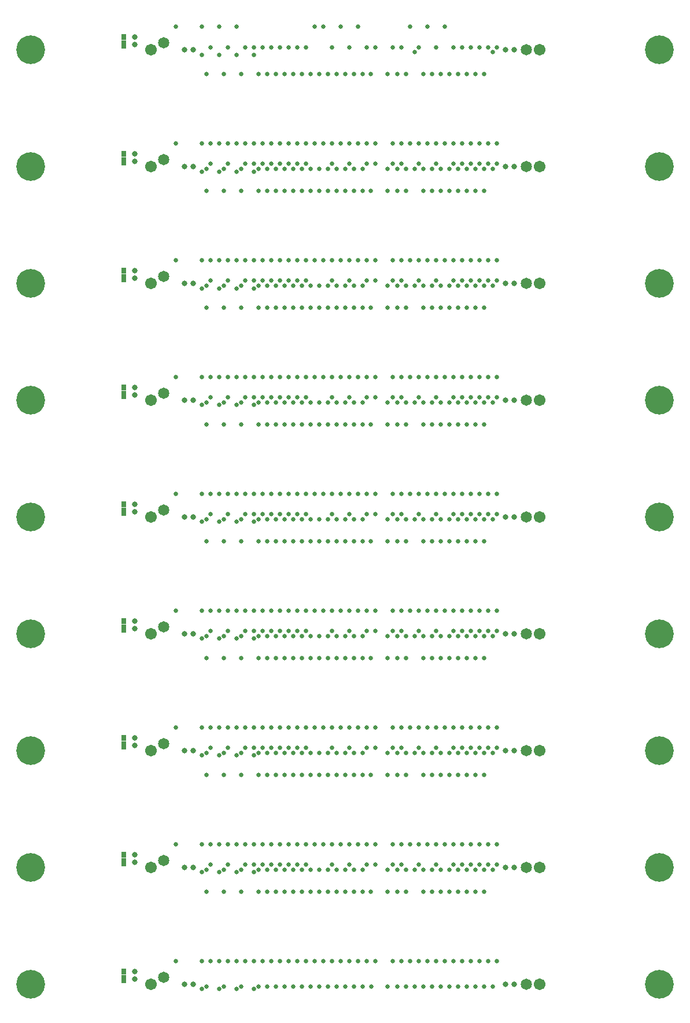
<source format=gbr>
%TF.GenerationSoftware,Altium Limited,Altium Designer,22.11.1 (43)*%
G04 Layer_Color=16711935*
%FSLAX45Y45*%
%MOMM*%
%TF.SameCoordinates,189E8146-0809-41ED-80BF-86DDFA5291D0*%
%TF.FilePolarity,Negative*%
%TF.FileFunction,Soldermask,Bot*%
%TF.Part,Single*%
G01*
G75*
%TA.AperFunction,ComponentPad*%
%ADD30C,1.65320*%
%ADD31C,1.71120*%
%TA.AperFunction,ViaPad*%
%ADD32C,4.20320*%
%ADD33C,0.83820*%
%ADD34C,0.64720*%
%ADD35C,0.64770*%
%TA.AperFunction,SMDPad,CuDef*%
%ADD36R,0.70320X1.25320*%
%ADD37R,0.70320X0.90320*%
D30*
X7630003Y14180002D02*
D03*
X2321001Y14280002D02*
D03*
Y12569998D02*
D03*
X7630003Y12469998D02*
D03*
X2321001Y10859999D02*
D03*
X7630003Y10759999D02*
D03*
X2321001Y9149999D02*
D03*
X7630003Y9050000D02*
D03*
X2321001Y7440000D02*
D03*
X7630003Y7340001D02*
D03*
X2321001Y5730001D02*
D03*
X7630003Y5630001D02*
D03*
X2321001Y4020002D02*
D03*
X7630003Y3920002D02*
D03*
X2321001Y2309998D02*
D03*
X7630003Y2209998D02*
D03*
Y499999D02*
D03*
X2321001Y599999D02*
D03*
D31*
X7820000Y14180002D02*
D03*
X2129998D02*
D03*
Y12469998D02*
D03*
X7820000D02*
D03*
X2129998Y10759999D02*
D03*
X7820000D02*
D03*
X2129998Y9050000D02*
D03*
X7820000D02*
D03*
X2129998Y7340001D02*
D03*
X7820000D02*
D03*
X2129998Y5630001D02*
D03*
X7820000D02*
D03*
X2129998Y3920002D02*
D03*
X7820000D02*
D03*
X2129998Y2209998D02*
D03*
X7820000D02*
D03*
Y499999D02*
D03*
X2129998D02*
D03*
D32*
X375001D02*
D03*
Y2209998D02*
D03*
Y3920002D02*
D03*
Y5630001D02*
D03*
Y7340001D02*
D03*
Y9050000D02*
D03*
Y10759999D02*
D03*
Y12469998D02*
D03*
Y14180002D02*
D03*
X9575002Y2209998D02*
D03*
Y3920002D02*
D03*
Y5630001D02*
D03*
Y7340001D02*
D03*
Y9050000D02*
D03*
Y10759999D02*
D03*
Y12469998D02*
D03*
Y14180002D02*
D03*
Y499999D02*
D03*
D33*
X7451500Y14184502D02*
D03*
Y12474501D02*
D03*
Y10764501D02*
D03*
Y9054501D02*
D03*
Y7344501D02*
D03*
Y5634501D02*
D03*
Y3924501D02*
D03*
Y2214502D02*
D03*
X7324501Y504501D02*
D03*
X7451500Y504500D02*
D03*
X7324501Y14184502D02*
D03*
X2752501Y14180000D02*
D03*
X2625501D02*
D03*
X7324501Y12474502D02*
D03*
X2752501Y12470001D02*
D03*
X2625501D02*
D03*
X7324501Y10764502D02*
D03*
X2752501Y10760001D02*
D03*
X2625501D02*
D03*
X7324501Y9054502D02*
D03*
X2752501Y9050001D02*
D03*
X2625501D02*
D03*
X7324501Y7344502D02*
D03*
X2752501Y7340001D02*
D03*
X2625501D02*
D03*
X7324501Y5634502D02*
D03*
X2752501Y5630001D02*
D03*
X2625501D02*
D03*
X7324501Y3924502D02*
D03*
X2752501Y3920001D02*
D03*
X2625501D02*
D03*
X7324501Y2214502D02*
D03*
X2625501Y2210000D02*
D03*
X2752501D02*
D03*
X2625501Y500000D02*
D03*
X2752501D02*
D03*
X7324501Y2214502D02*
D03*
X1900001Y578998D02*
D03*
Y14259001D02*
D03*
Y12549002D02*
D03*
Y10838998D02*
D03*
Y9128999D02*
D03*
Y7419000D02*
D03*
Y5709001D02*
D03*
Y3999001D02*
D03*
Y2289002D02*
D03*
Y14370000D02*
D03*
Y12660000D02*
D03*
Y10950001D02*
D03*
Y9240002D02*
D03*
Y7529998D02*
D03*
Y5819999D02*
D03*
Y4109999D02*
D03*
Y2400000D02*
D03*
Y690001D02*
D03*
Y578998D02*
D03*
D34*
X2498500Y14520500D02*
D03*
Y12810500D02*
D03*
Y11100499D02*
D03*
Y9390499D02*
D03*
Y7680499D02*
D03*
Y5970499D02*
D03*
Y4260499D02*
D03*
Y2550500D02*
D03*
X2879499Y2550500D02*
D03*
Y7680500D02*
D03*
X2879500Y840500D02*
D03*
X2879499Y14520500D02*
D03*
Y12810500D02*
D03*
Y11100500D02*
D03*
Y9390500D02*
D03*
Y5970500D02*
D03*
Y4260500D02*
D03*
X2498500Y840500D02*
D03*
D35*
X4086000Y2180000D02*
D03*
X6118000Y1859001D02*
D03*
X3387499Y14520502D02*
D03*
X3831999Y13829001D02*
D03*
X3958999D02*
D03*
X4085999D02*
D03*
X4212999D02*
D03*
X4339999D02*
D03*
X4593999D02*
D03*
X4720999D02*
D03*
X4847999D02*
D03*
X5228999D02*
D03*
X5354776D02*
D03*
X5600999D02*
D03*
X5736999D02*
D03*
X5863999D02*
D03*
X6244999D02*
D03*
X6372000D02*
D03*
X6499000D02*
D03*
X6626000D02*
D03*
X6879999D02*
D03*
X7007000D02*
D03*
X3133499Y14520502D02*
D03*
X5990999Y14150002D02*
D03*
X3450999Y13829001D02*
D03*
X3196999D02*
D03*
X2942999D02*
D03*
X3006499Y14220502D02*
D03*
X4657499Y14520502D02*
D03*
X7197499Y14220502D02*
D03*
X7070499D02*
D03*
X6943499D02*
D03*
X6816499D02*
D03*
X6753000Y13829001D02*
D03*
X6689499Y14220502D02*
D03*
X6562499D02*
D03*
X6118000Y13829001D02*
D03*
X6308499Y14220502D02*
D03*
X6054499D02*
D03*
X5800499D02*
D03*
X5673499D02*
D03*
X5419499D02*
D03*
X5292499D02*
D03*
X5101999Y13829001D02*
D03*
X5038499Y14220502D02*
D03*
X4974999Y13829001D02*
D03*
X4784499Y14220502D02*
D03*
X4466999Y13829001D02*
D03*
X4403501Y14220502D02*
D03*
X4276499D02*
D03*
X4149499D02*
D03*
X4022499D02*
D03*
X3895499D02*
D03*
X3768499D02*
D03*
X3704999Y13829001D02*
D03*
X3260499Y14220502D02*
D03*
X3641499D02*
D03*
X3514499D02*
D03*
X4911499Y14520502D02*
D03*
X6435500D02*
D03*
X5927499D02*
D03*
X7133999Y14150002D02*
D03*
X5165499Y14520502D02*
D03*
X4530499D02*
D03*
X3387499Y14109875D02*
D03*
X3133499D02*
D03*
X2879501D02*
D03*
X3641499Y14109901D02*
D03*
X6181499Y14520502D02*
D03*
X3831999Y12119001D02*
D03*
X3958999D02*
D03*
X4085999D02*
D03*
X4212999D02*
D03*
X4339999D02*
D03*
X4593999D02*
D03*
X4720999D02*
D03*
X4847999D02*
D03*
X5228999D02*
D03*
X5354776D02*
D03*
X5600999D02*
D03*
X5736999D02*
D03*
X5863999D02*
D03*
X6244999D02*
D03*
X6372000D02*
D03*
X6499000D02*
D03*
X6626000D02*
D03*
X6879999D02*
D03*
X7007000D02*
D03*
X4847999Y12440001D02*
D03*
X4974999D02*
D03*
X7070499Y12810501D02*
D03*
X6943499D02*
D03*
X6879999Y12440001D02*
D03*
X6816499Y12810501D02*
D03*
X6689499D02*
D03*
X6753000Y12440001D02*
D03*
X6244999D02*
D03*
X6118000D02*
D03*
X5863999D02*
D03*
X5736999D02*
D03*
X5600999D02*
D03*
X5800499Y12810501D02*
D03*
X4784499D02*
D03*
X4403501D02*
D03*
X4339999Y12440001D02*
D03*
X4276499Y12810501D02*
D03*
X4149499D02*
D03*
X3895499D02*
D03*
X3768499D02*
D03*
X5228999Y12440001D02*
D03*
X5101999D02*
D03*
X4720999D02*
D03*
X4593999D02*
D03*
X4466999D02*
D03*
X4212999D02*
D03*
X4085999D02*
D03*
X3958999D02*
D03*
X3831999D02*
D03*
X3260499Y12810501D02*
D03*
X3133499D02*
D03*
X3196999Y12440001D02*
D03*
X3450999D02*
D03*
X3641499Y12810501D02*
D03*
X7197499D02*
D03*
X6562499D02*
D03*
X6308499D02*
D03*
X6054499D02*
D03*
X5673499D02*
D03*
X5419499D02*
D03*
X5292499D02*
D03*
X5038499D02*
D03*
X4022499D02*
D03*
X3514499D02*
D03*
X3006499D02*
D03*
X2942999Y12440001D02*
D03*
X3704999D02*
D03*
X5990999D02*
D03*
X3450999Y12119001D02*
D03*
X3196999D02*
D03*
X2942999D02*
D03*
X3006499Y12510501D02*
D03*
X4657499Y12810501D02*
D03*
X6372000Y12440001D02*
D03*
X6499000D02*
D03*
X6626000D02*
D03*
X7007000D02*
D03*
X7197499Y12510501D02*
D03*
X7070499D02*
D03*
X6943499D02*
D03*
X6816499D02*
D03*
X6753000Y12119001D02*
D03*
X6689499Y12510501D02*
D03*
X6562499D02*
D03*
X6118000Y12119001D02*
D03*
X6308499Y12510501D02*
D03*
X6054499D02*
D03*
X5800499D02*
D03*
X5673499D02*
D03*
X5419499D02*
D03*
X5292499D02*
D03*
X5101999Y12119001D02*
D03*
X5038499Y12510501D02*
D03*
X4974999Y12119001D02*
D03*
X4784499Y12510501D02*
D03*
X4466999Y12119001D02*
D03*
X4403501Y12510501D02*
D03*
X4276499D02*
D03*
X4149499D02*
D03*
X4022499D02*
D03*
X3895499D02*
D03*
X3768499D02*
D03*
X3704999Y12119001D02*
D03*
X3260499Y12510501D02*
D03*
X3641499D02*
D03*
X3514499D02*
D03*
X4911499Y12810501D02*
D03*
X6435500D02*
D03*
X5927499D02*
D03*
X7133999Y12440001D02*
D03*
X5165499Y12810501D02*
D03*
X4530499D02*
D03*
X3387499Y12399876D02*
D03*
Y12810501D02*
D03*
X3133499Y12399876D02*
D03*
X2879501D02*
D03*
X3641499Y12399901D02*
D03*
X6181499Y12810501D02*
D03*
X3831999Y10409001D02*
D03*
X3958999D02*
D03*
X4085999D02*
D03*
X4212999D02*
D03*
X4339999D02*
D03*
X4593999D02*
D03*
X4720999D02*
D03*
X4847999D02*
D03*
X5228999D02*
D03*
X5354776D02*
D03*
X5600999D02*
D03*
X5736999D02*
D03*
X5863999D02*
D03*
X6244999D02*
D03*
X6372000D02*
D03*
X6499000D02*
D03*
X6626000D02*
D03*
X6879999D02*
D03*
X7007000D02*
D03*
X4847999Y10730000D02*
D03*
X4974999D02*
D03*
X7070499Y11100501D02*
D03*
X6943499D02*
D03*
X6879999Y10730000D02*
D03*
X6816499Y11100501D02*
D03*
X6689499D02*
D03*
X6753000Y10730000D02*
D03*
X6244999D02*
D03*
X6118000D02*
D03*
X5863999D02*
D03*
X5736999D02*
D03*
X5600999D02*
D03*
X5800499Y11100501D02*
D03*
X4784499D02*
D03*
X4403501D02*
D03*
X4339999Y10730000D02*
D03*
X4276499Y11100501D02*
D03*
X4149499D02*
D03*
X3895499D02*
D03*
X3768499D02*
D03*
X5228999Y10730000D02*
D03*
X5101999D02*
D03*
X4720999D02*
D03*
X4593999D02*
D03*
X4466999D02*
D03*
X4212999D02*
D03*
X4085999D02*
D03*
X3958999D02*
D03*
X3831999D02*
D03*
X3260499Y11100501D02*
D03*
X3133499D02*
D03*
X3196999Y10730000D02*
D03*
X3450999D02*
D03*
X3641499Y11100501D02*
D03*
X7197499D02*
D03*
X6562499D02*
D03*
X6308499D02*
D03*
X6054499D02*
D03*
X5673499D02*
D03*
X5419499D02*
D03*
X5292499D02*
D03*
X5038499D02*
D03*
X4022499D02*
D03*
X3514499D02*
D03*
X3006499D02*
D03*
X2942999Y10730000D02*
D03*
X3704999D02*
D03*
X5990999D02*
D03*
X3450999Y10409001D02*
D03*
X3196999D02*
D03*
X2942999D02*
D03*
X3006499Y10800500D02*
D03*
X4657499Y11100501D02*
D03*
X6372000Y10730000D02*
D03*
X6499000D02*
D03*
X6626000D02*
D03*
X7007000D02*
D03*
X7197499Y10800500D02*
D03*
X7070499D02*
D03*
X6943499D02*
D03*
X6816499D02*
D03*
X6753000Y10409001D02*
D03*
X6689499Y10800500D02*
D03*
X6562499D02*
D03*
X6118000Y10409001D02*
D03*
X6308499Y10800500D02*
D03*
X6054499D02*
D03*
X5800499D02*
D03*
X5673499D02*
D03*
X5419499D02*
D03*
X5292499D02*
D03*
X5101999Y10409001D02*
D03*
X5038499Y10800500D02*
D03*
X4974999Y10409001D02*
D03*
X4784499Y10800500D02*
D03*
X4466999Y10409001D02*
D03*
X4403501Y10800500D02*
D03*
X4276499D02*
D03*
X4149499D02*
D03*
X4022499D02*
D03*
X3895499D02*
D03*
X3768499D02*
D03*
X3704999Y10409001D02*
D03*
X3260499Y10800500D02*
D03*
X3641499D02*
D03*
X3514499D02*
D03*
X4911499Y11100501D02*
D03*
X6435500D02*
D03*
X5927499D02*
D03*
X7133999Y10730000D02*
D03*
X5165499Y11100501D02*
D03*
X4530499D02*
D03*
X3387499Y10689875D02*
D03*
Y11100501D02*
D03*
X3133499Y10689875D02*
D03*
X2879501D02*
D03*
X3641499Y10689900D02*
D03*
X6181499Y11100501D02*
D03*
X3831999Y8699001D02*
D03*
X3958999D02*
D03*
X4085999D02*
D03*
X4212999D02*
D03*
X4339999D02*
D03*
X4593999D02*
D03*
X4720999D02*
D03*
X4847999D02*
D03*
X5228999D02*
D03*
X5354776D02*
D03*
X5600999D02*
D03*
X5736999D02*
D03*
X5863999D02*
D03*
X6244999D02*
D03*
X6372000D02*
D03*
X6499000D02*
D03*
X6626000D02*
D03*
X6879999D02*
D03*
X7007000D02*
D03*
X4847999Y9020001D02*
D03*
X4974999D02*
D03*
X7070499Y9390501D02*
D03*
X6943499D02*
D03*
X6879999Y9020001D02*
D03*
X6816499Y9390501D02*
D03*
X6689499D02*
D03*
X6753000Y9020001D02*
D03*
X6244999D02*
D03*
X6118000D02*
D03*
X5863999D02*
D03*
X5736999D02*
D03*
X5600999D02*
D03*
X5800499Y9390501D02*
D03*
X4784499D02*
D03*
X4403501D02*
D03*
X4339999Y9020001D02*
D03*
X4276499Y9390501D02*
D03*
X4149499D02*
D03*
X3895499D02*
D03*
X3768499D02*
D03*
X5228999Y9020001D02*
D03*
X5101999D02*
D03*
X4720999D02*
D03*
X4593999D02*
D03*
X4466999D02*
D03*
X4212999D02*
D03*
X4085999D02*
D03*
X3958999D02*
D03*
X3831999D02*
D03*
X3260499Y9390501D02*
D03*
X3133499D02*
D03*
X3196999Y9020001D02*
D03*
X3450999D02*
D03*
X3641499Y9390501D02*
D03*
X7197499D02*
D03*
X6562499D02*
D03*
X6308499D02*
D03*
X6054499D02*
D03*
X5673499D02*
D03*
X5419499D02*
D03*
X5292499D02*
D03*
X5038499D02*
D03*
X4022499D02*
D03*
X3514499D02*
D03*
X3006499D02*
D03*
X2942999Y9020001D02*
D03*
X3704999D02*
D03*
X5990999D02*
D03*
X3450999Y8699001D02*
D03*
X3196999D02*
D03*
X2942999D02*
D03*
X3006499Y9090501D02*
D03*
X4657499Y9390501D02*
D03*
X6372000Y9020001D02*
D03*
X6499000D02*
D03*
X6626000D02*
D03*
X7007000D02*
D03*
X7197499Y9090501D02*
D03*
X7070499D02*
D03*
X6943499D02*
D03*
X6816499D02*
D03*
X6753000Y8699001D02*
D03*
X6689499Y9090501D02*
D03*
X6562499D02*
D03*
X6118000Y8699001D02*
D03*
X6308499Y9090501D02*
D03*
X6054499D02*
D03*
X5800499D02*
D03*
X5673499D02*
D03*
X5419499D02*
D03*
X5292499D02*
D03*
X5101999Y8699001D02*
D03*
X5038499Y9090501D02*
D03*
X4974999Y8699001D02*
D03*
X4784499Y9090501D02*
D03*
X4466999Y8699001D02*
D03*
X4403501Y9090501D02*
D03*
X4276499D02*
D03*
X4149499D02*
D03*
X4022499D02*
D03*
X3895499D02*
D03*
X3768499D02*
D03*
X3704999Y8699001D02*
D03*
X3260499Y9090501D02*
D03*
X3641499D02*
D03*
X3514499D02*
D03*
X4911499Y9390501D02*
D03*
X6435500D02*
D03*
X5927499D02*
D03*
X7133999Y9020001D02*
D03*
X5165499Y9390501D02*
D03*
X4530499D02*
D03*
X3387499Y8979876D02*
D03*
Y9390501D02*
D03*
X3133499Y8979876D02*
D03*
X2879501D02*
D03*
X3641499Y8979901D02*
D03*
X6181499Y9390501D02*
D03*
X3831999Y6989001D02*
D03*
X3958999D02*
D03*
X4085999D02*
D03*
X4212999D02*
D03*
X4339999D02*
D03*
X4593999D02*
D03*
X4720999D02*
D03*
X4847999D02*
D03*
X5228999D02*
D03*
X5354776D02*
D03*
X5600999D02*
D03*
X5736999D02*
D03*
X5863999D02*
D03*
X6244999D02*
D03*
X6372000D02*
D03*
X6499000D02*
D03*
X6626000D02*
D03*
X6879999D02*
D03*
X7007000D02*
D03*
X4847999Y7310001D02*
D03*
X4974999D02*
D03*
X7070499Y7680501D02*
D03*
X6943499D02*
D03*
X6879999Y7310001D02*
D03*
X6816499Y7680501D02*
D03*
X6689499D02*
D03*
X6753000Y7310001D02*
D03*
X6244999D02*
D03*
X6118000D02*
D03*
X5863999D02*
D03*
X5736999D02*
D03*
X5600999D02*
D03*
X5800499Y7680501D02*
D03*
X4784499D02*
D03*
X4403501D02*
D03*
X4339999Y7310001D02*
D03*
X4276499Y7680501D02*
D03*
X4149499D02*
D03*
X3895499D02*
D03*
X3768499D02*
D03*
X5228999Y7310001D02*
D03*
X5101999D02*
D03*
X4720999D02*
D03*
X4593999D02*
D03*
X4466999D02*
D03*
X4212999D02*
D03*
X4085999D02*
D03*
X3958999D02*
D03*
X3831999D02*
D03*
X3260499Y7680501D02*
D03*
X3133499D02*
D03*
X3196999Y7310001D02*
D03*
X3450999D02*
D03*
X3641499Y7680501D02*
D03*
X7197499D02*
D03*
X6562499D02*
D03*
X6308499D02*
D03*
X6054499D02*
D03*
X5673499D02*
D03*
X5419499D02*
D03*
X5292499D02*
D03*
X5038499D02*
D03*
X4022499D02*
D03*
X3514499D02*
D03*
X3006499D02*
D03*
X2942999Y7310001D02*
D03*
X3704999D02*
D03*
X5990999D02*
D03*
X3450999Y6989001D02*
D03*
X3196999D02*
D03*
X2942999D02*
D03*
X3006499Y7380501D02*
D03*
X4657499Y7680501D02*
D03*
X6372000Y7310001D02*
D03*
X6499000D02*
D03*
X6626000D02*
D03*
X7007000D02*
D03*
X7197499Y7380501D02*
D03*
X7070499D02*
D03*
X6943499D02*
D03*
X6816499D02*
D03*
X6753000Y6989001D02*
D03*
X6689499Y7380501D02*
D03*
X6562499D02*
D03*
X6118000Y6989001D02*
D03*
X6308499Y7380501D02*
D03*
X6054499D02*
D03*
X5800499D02*
D03*
X5673499D02*
D03*
X5419499D02*
D03*
X5292499D02*
D03*
X5101999Y6989001D02*
D03*
X5038499Y7380501D02*
D03*
X4974999Y6989001D02*
D03*
X4784499Y7380501D02*
D03*
X4466999Y6989001D02*
D03*
X4403501Y7380501D02*
D03*
X4276499D02*
D03*
X4149499D02*
D03*
X4022499D02*
D03*
X3895499D02*
D03*
X3768499D02*
D03*
X3704999Y6989001D02*
D03*
X3260499Y7380501D02*
D03*
X3641499D02*
D03*
X3514499D02*
D03*
X4911499Y7680501D02*
D03*
X6435500D02*
D03*
X5927499D02*
D03*
X7133999Y7310001D02*
D03*
X5165499Y7680501D02*
D03*
X4530499D02*
D03*
X3387499Y7269876D02*
D03*
Y7680501D02*
D03*
X3133499Y7269876D02*
D03*
X2879501D02*
D03*
X3641499Y7269901D02*
D03*
X6181499Y7680501D02*
D03*
X3831999Y5279001D02*
D03*
X3958999D02*
D03*
X4085999D02*
D03*
X4212999D02*
D03*
X4339999D02*
D03*
X4593999D02*
D03*
X4720999D02*
D03*
X4847999D02*
D03*
X5228999D02*
D03*
X5354776D02*
D03*
X5600999D02*
D03*
X5736999D02*
D03*
X5863999D02*
D03*
X6244999D02*
D03*
X6372000D02*
D03*
X6499000D02*
D03*
X6626000D02*
D03*
X6879999D02*
D03*
X7007000D02*
D03*
X4847999Y5600001D02*
D03*
X4974999D02*
D03*
X7070499Y5970501D02*
D03*
X6943499D02*
D03*
X6879999Y5600001D02*
D03*
X6816499Y5970501D02*
D03*
X6689499D02*
D03*
X6753000Y5600001D02*
D03*
X6244999D02*
D03*
X6118000D02*
D03*
X5863999D02*
D03*
X5736999D02*
D03*
X5600999D02*
D03*
X5800499Y5970501D02*
D03*
X4784499D02*
D03*
X4403501D02*
D03*
X4339999Y5600001D02*
D03*
X4276499Y5970501D02*
D03*
X4149499D02*
D03*
X3895499D02*
D03*
X3768499D02*
D03*
X5228999Y5600001D02*
D03*
X5101999D02*
D03*
X4720999D02*
D03*
X4593999D02*
D03*
X4466999D02*
D03*
X4212999D02*
D03*
X4085999D02*
D03*
X3958999D02*
D03*
X3831999D02*
D03*
X3260499Y5970501D02*
D03*
X3133499D02*
D03*
X3196999Y5600001D02*
D03*
X3450999D02*
D03*
X3641499Y5970501D02*
D03*
X7197499D02*
D03*
X6562499D02*
D03*
X6308499D02*
D03*
X6054499D02*
D03*
X5673499D02*
D03*
X5419499D02*
D03*
X5292499D02*
D03*
X5038499D02*
D03*
X4022499D02*
D03*
X3514499D02*
D03*
X3006499D02*
D03*
X2942999Y5600001D02*
D03*
X3704999D02*
D03*
X5990999D02*
D03*
X3450999Y5279001D02*
D03*
X3196999D02*
D03*
X2942999D02*
D03*
X3006499Y5670501D02*
D03*
X4657499Y5970501D02*
D03*
X6372000Y5600001D02*
D03*
X6499000D02*
D03*
X6626000D02*
D03*
X7007000D02*
D03*
X7197499Y5670501D02*
D03*
X7070499D02*
D03*
X6943499D02*
D03*
X6816499D02*
D03*
X6753000Y5279001D02*
D03*
X6689499Y5670501D02*
D03*
X6562499D02*
D03*
X6118000Y5279001D02*
D03*
X6308499Y5670501D02*
D03*
X6054499D02*
D03*
X5800499D02*
D03*
X5673499D02*
D03*
X5419499D02*
D03*
X5292499D02*
D03*
X5101999Y5279001D02*
D03*
X5038499Y5670501D02*
D03*
X4974999Y5279001D02*
D03*
X4784499Y5670501D02*
D03*
X4466999Y5279001D02*
D03*
X4403501Y5670501D02*
D03*
X4276499D02*
D03*
X4149499D02*
D03*
X4022499D02*
D03*
X3895499D02*
D03*
X3768499D02*
D03*
X3704999Y5279001D02*
D03*
X3260499Y5670501D02*
D03*
X3641499D02*
D03*
X3514499D02*
D03*
X4911499Y5970501D02*
D03*
X6435500D02*
D03*
X5927499D02*
D03*
X7133999Y5600001D02*
D03*
X5165499Y5970501D02*
D03*
X4530499D02*
D03*
X3387499Y5559876D02*
D03*
Y5970501D02*
D03*
X3133499Y5559876D02*
D03*
X2879501D02*
D03*
X3641499Y5559901D02*
D03*
X6181499Y5970501D02*
D03*
X3831999Y3569001D02*
D03*
X3958999D02*
D03*
X4085999D02*
D03*
X4212999D02*
D03*
X4339999D02*
D03*
X4593999D02*
D03*
X4720999D02*
D03*
X4847999D02*
D03*
X5228999D02*
D03*
X5354776D02*
D03*
X5600999D02*
D03*
X5736999D02*
D03*
X5863999D02*
D03*
X6244999D02*
D03*
X6372000D02*
D03*
X6499000D02*
D03*
X6626000D02*
D03*
X6879999D02*
D03*
X7007000D02*
D03*
X4847999Y3890001D02*
D03*
X4974999D02*
D03*
X7070499Y4260501D02*
D03*
X6943499D02*
D03*
X6879999Y3890001D02*
D03*
X6816499Y4260501D02*
D03*
X6689499D02*
D03*
X6753000Y3890001D02*
D03*
X6244999D02*
D03*
X6118000D02*
D03*
X5863999D02*
D03*
X5736999D02*
D03*
X5600999D02*
D03*
X5800499Y4260501D02*
D03*
X4784499D02*
D03*
X4403501D02*
D03*
X4339999Y3890001D02*
D03*
X4276499Y4260501D02*
D03*
X4149499D02*
D03*
X3895499D02*
D03*
X3768499D02*
D03*
X5228999Y3890001D02*
D03*
X5101999D02*
D03*
X4720999D02*
D03*
X4593999D02*
D03*
X4466999D02*
D03*
X4212999D02*
D03*
X4085999D02*
D03*
X3958999D02*
D03*
X3831999D02*
D03*
X3260499Y4260501D02*
D03*
X3133499D02*
D03*
X3196999Y3890001D02*
D03*
X3450999D02*
D03*
X3641499Y4260501D02*
D03*
X7197499D02*
D03*
X6562499D02*
D03*
X6308499D02*
D03*
X6054499D02*
D03*
X5673499D02*
D03*
X5419499D02*
D03*
X5292499D02*
D03*
X5038499D02*
D03*
X4022499D02*
D03*
X3514499D02*
D03*
X3006499D02*
D03*
X2942999Y3890001D02*
D03*
X3704999D02*
D03*
X5990999D02*
D03*
X3450999Y3569001D02*
D03*
X3196999D02*
D03*
X2942999D02*
D03*
X3006499Y3960501D02*
D03*
X4657499Y4260501D02*
D03*
X6372000Y3890001D02*
D03*
X6499000D02*
D03*
X6626000D02*
D03*
X7007000D02*
D03*
X7197499Y3960501D02*
D03*
X7070499D02*
D03*
X6943499D02*
D03*
X6816499D02*
D03*
X6753000Y3569001D02*
D03*
X6689499Y3960501D02*
D03*
X6562499D02*
D03*
X6118000Y3569001D02*
D03*
X6308499Y3960501D02*
D03*
X6054499D02*
D03*
X5800499D02*
D03*
X5673499D02*
D03*
X5419499D02*
D03*
X5292499D02*
D03*
X5101999Y3569001D02*
D03*
X5038499Y3960501D02*
D03*
X4974999Y3569001D02*
D03*
X4784499Y3960501D02*
D03*
X4466999Y3569001D02*
D03*
X4403501Y3960501D02*
D03*
X4276499D02*
D03*
X4149499D02*
D03*
X4022499D02*
D03*
X3895499D02*
D03*
X3768499D02*
D03*
X3704999Y3569001D02*
D03*
X3260499Y3960501D02*
D03*
X3641499D02*
D03*
X3514499D02*
D03*
X4911499Y4260501D02*
D03*
X6435500D02*
D03*
X5927499D02*
D03*
X7133999Y3890001D02*
D03*
X5165499Y4260501D02*
D03*
X4530499D02*
D03*
X3387499Y3849876D02*
D03*
Y4260501D02*
D03*
X3133499Y3849876D02*
D03*
X2879501D02*
D03*
X3641499Y3849901D02*
D03*
X6181499Y4260501D02*
D03*
X6244999Y1859001D02*
D03*
X6372000D02*
D03*
X6499000D02*
D03*
X7007000D02*
D03*
X6244999Y2180001D02*
D03*
X3895499Y2550501D02*
D03*
X3768499D02*
D03*
X4466999Y2180001D02*
D03*
X3260499Y2550501D02*
D03*
X3133499D02*
D03*
X3641499D02*
D03*
X6054499D02*
D03*
X5419499D02*
D03*
X5292499D02*
D03*
X5038499D02*
D03*
X4022499D02*
D03*
X3514499D02*
D03*
X3006499D02*
D03*
X2942999Y2180001D02*
D03*
X7007000D02*
D03*
X6308499Y2250501D02*
D03*
X5927499Y2550501D02*
D03*
X7133999Y2180001D02*
D03*
X5165499Y2550501D02*
D03*
X4530499D02*
D03*
X3387499D02*
D03*
X6181499D02*
D03*
X3641500Y2139900D02*
D03*
X2879501Y2139875D02*
D03*
X3133500D02*
D03*
X3387500D02*
D03*
X6435500Y2550500D02*
D03*
X4911500D02*
D03*
X3514500Y2250500D02*
D03*
X3641500D02*
D03*
X3260500D02*
D03*
X3705000Y1859000D02*
D03*
X3768500Y2250500D02*
D03*
X3895500D02*
D03*
X4022500D02*
D03*
X4149500D02*
D03*
X4276500D02*
D03*
X4403501D02*
D03*
X4467000Y1859000D02*
D03*
X4784500Y2250500D02*
D03*
X4975000Y1859000D02*
D03*
X5038500Y2250500D02*
D03*
X5102000Y1859000D02*
D03*
X5292500Y2250500D02*
D03*
X5419500D02*
D03*
X5673500D02*
D03*
X5800500D02*
D03*
X6054500D02*
D03*
X6562500D02*
D03*
X6689500D02*
D03*
X6753000Y1859000D02*
D03*
X6816500Y2250500D02*
D03*
X6943500D02*
D03*
X7070500D02*
D03*
X7197500D02*
D03*
X6626000Y2180000D02*
D03*
X6499000D02*
D03*
X6372000D02*
D03*
X4657500Y2550500D02*
D03*
X3006500Y2250500D02*
D03*
X2943000Y1859000D02*
D03*
X3197000D02*
D03*
X3451000D02*
D03*
X2879500Y429900D02*
D03*
X5991000Y2180000D02*
D03*
X6181500Y840500D02*
D03*
X5356000Y470000D02*
D03*
X3705000Y2180000D02*
D03*
X2943000Y470000D02*
D03*
X6372000D02*
D03*
X6499000D02*
D03*
X6626000D02*
D03*
X6753000D02*
D03*
X7007000D02*
D03*
X6880000D02*
D03*
X6435500Y840500D02*
D03*
X6054500D02*
D03*
X5165500D02*
D03*
X4911500D02*
D03*
X4657500D02*
D03*
X4530500D02*
D03*
X4276500D02*
D03*
X4149500D02*
D03*
X4022500D02*
D03*
X3895500D02*
D03*
X3768500D02*
D03*
X3133500D02*
D03*
X2943000Y2180000D02*
D03*
X3133500Y429875D02*
D03*
X5673500Y2550500D02*
D03*
X6308500D02*
D03*
X6562500D02*
D03*
X7197500D02*
D03*
X3451000Y2180000D02*
D03*
X3197000D02*
D03*
X3832000D02*
D03*
X3959000D02*
D03*
X4213000D02*
D03*
X4594000D02*
D03*
X4721000D02*
D03*
X5102000D02*
D03*
X5229000D02*
D03*
X4149500Y2550500D02*
D03*
X4276500D02*
D03*
X4340000Y2180000D02*
D03*
X4403501Y2550500D02*
D03*
X4784500D02*
D03*
X5800500D02*
D03*
X5601000Y2180000D02*
D03*
X5737000D02*
D03*
X5864000D02*
D03*
X6118000D02*
D03*
X6753000D02*
D03*
X6689500Y2550500D02*
D03*
X6816500D02*
D03*
X6880000Y2180000D02*
D03*
X6943500Y2550500D02*
D03*
X7070500D02*
D03*
X4975000Y2180000D02*
D03*
X4848000D02*
D03*
X6308500Y840500D02*
D03*
X6562500D02*
D03*
X3451000Y470000D02*
D03*
X3197000D02*
D03*
X3705000D02*
D03*
X3832000D02*
D03*
X3959000D02*
D03*
X4086000D02*
D03*
X4213000D02*
D03*
X4467000D02*
D03*
X4594000D02*
D03*
X4721000D02*
D03*
X5229000D02*
D03*
X4340000D02*
D03*
X5800500Y840500D02*
D03*
X5864000Y470000D02*
D03*
X5927500Y840500D02*
D03*
X4848000Y470000D02*
D03*
X4975000D02*
D03*
X7070500Y840500D02*
D03*
X6943500D02*
D03*
X6880000Y1859000D02*
D03*
X6816500Y840500D02*
D03*
X6626000Y1859000D02*
D03*
X6689500Y840500D02*
D03*
X5864000Y1859000D02*
D03*
X5737000D02*
D03*
X5601000D02*
D03*
X6245000Y470000D02*
D03*
X6118000D02*
D03*
X5737000D02*
D03*
X5601000D02*
D03*
X3006500Y840500D02*
D03*
X5354776Y1859000D02*
D03*
X5229000D02*
D03*
X4848000D02*
D03*
X4721000D02*
D03*
X4784500Y840500D02*
D03*
X4594000Y1859000D02*
D03*
X4403500Y840500D02*
D03*
X4340000Y1859000D02*
D03*
X4213000D02*
D03*
X4086000D02*
D03*
X3959000D02*
D03*
X3832000D02*
D03*
X5102000Y470000D02*
D03*
X3260500Y840500D02*
D03*
X3641500D02*
D03*
X3387500D02*
D03*
X7134000Y470000D02*
D03*
X5991000D02*
D03*
X7197500Y840500D02*
D03*
X5673500D02*
D03*
X5419500D02*
D03*
X5292500D02*
D03*
X5038500D02*
D03*
X3514500D02*
D03*
X3641501Y429875D02*
D03*
X3387501D02*
D03*
D36*
X1734998Y12549002D02*
D03*
Y578998D02*
D03*
Y2289002D02*
D03*
Y3999001D02*
D03*
Y5709001D02*
D03*
Y7419000D02*
D03*
Y9128999D02*
D03*
Y10838998D02*
D03*
Y14259001D02*
D03*
D37*
Y12660498D02*
D03*
Y690499D02*
D03*
Y2400498D02*
D03*
Y4110502D02*
D03*
Y5820501D02*
D03*
Y7530501D02*
D03*
Y9240500D02*
D03*
Y10950499D02*
D03*
Y14370502D02*
D03*
%TF.MD5,319bb79d13495a7eb94c043442a2ade8*%
M02*

</source>
